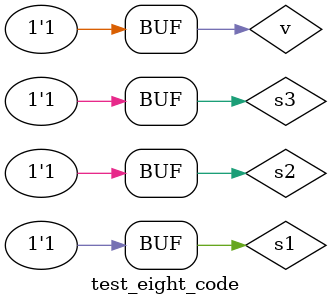
<source format=v>
`timescale 1ns / 1ps


module test_eight_code;

	// Inputs
	reg v;
	reg s1;
	reg s2;
	reg s3;

	// Outputs
	wire a1;
	wire a2;
	wire a3;
	wire a4;
	wire a5;
	wire a6;
	wire a7;
	wire a8;

	// Instantiate the Unit Under Test (UUT)
	eight_code uut (
		.v(v), 
		.s1(s1), 
		.s2(s2), 
		.s3(s3), 
		.a1(a1), 
		.a2(a2), 
		.a3(a3), 
		.a4(a4), 
		.a5(a5), 
		.a6(a6), 
		.a7(a7), 
		.a8(a8)
	);

	initial begin
		// Initialize Inputs
		v = 0;
		s1 = 0;
		s2 = 0;
		s3 = 0;

		// Wait 100 ns for global reset to finish
		//#100;
		repeat(7)
		begin
		#10;
		s3=s3^(s2&s1);
		s2=s2^s1;
		s1=s1^1;
		end
		v = 1;
		s1 = 0;
		s2 = 0;
		s3 = 0;

		// Wait 100 ns for global reset to finish
		//#100;
		repeat(7)
		begin
		#10;
		s3=s3^(s2&s1);
		s2=s2^s1;
		s1=s1^1;
		end
        
		// Add stimulus here

	end
      
endmodule


</source>
